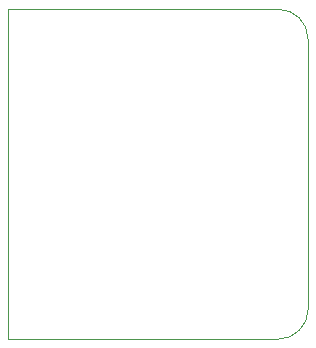
<source format=gbr>
%FSLAX46Y46*%
G04 Gerber Fmt 4.6, Leading zero omitted, Abs format (unit mm)*
G04 Created by KiCad (PCBNEW (2014-08-29 BZR 5106)-product) date Mon 20 Oct 2014 02:45:55 PM PDT*
%MOMM*%
G01*
G04 APERTURE LIST*
%ADD10C,0.100000*%
G04 APERTURE END LIST*
D10*
X152400000Y-101600000D02*
X152400000Y-124460000D01*
X149860000Y-127000000D02*
G75*
G03X152400000Y-124460000I0J2540000D01*
G74*
G01*
X152400000Y-101600000D02*
G75*
G03X149860000Y-99060000I-2540000J0D01*
G74*
G01*
X149860000Y-127000000D02*
X127000000Y-127000000D01*
X127000000Y-99060000D02*
X149860000Y-99060000D01*
X127000000Y-127000000D02*
X127000000Y-99060000D01*
M02*

</source>
